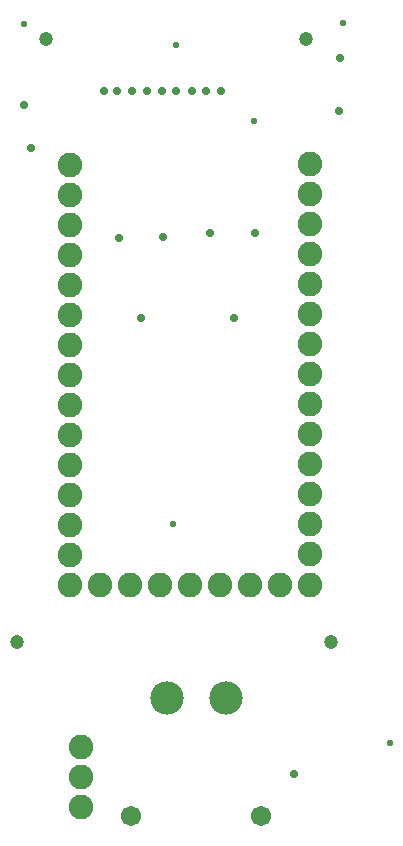
<source format=gbr>
G04 --- HEADER BEGIN --- *
G04 #@! TF.GenerationSoftware,LibrePCB,LibrePCB,1.1.0*
G04 #@! TF.CreationDate,2024-04-23T21:01:02*
G04 #@! TF.ProjectId,motherboard (Version 1),d5d7f40e-06e5-483f-b774-8957b2c1e08f,version_2*
G04 #@! TF.Part,Single*
G04 #@! TF.SameCoordinates*
G04 #@! TF.FileFunction,Soldermask,Bot*
G04 #@! TF.FilePolarity,Negative*
%FSLAX66Y66*%
%MOMM*%
G01*
G75*
G04 --- HEADER END --- *
G04 --- APERTURE LIST BEGIN --- *
%ADD10C,2.0828*%
%ADD11C,1.7112*%
%ADD12C,2.8282*%
%ADD13C,0.5532*%
%ADD14C,0.7032*%
%ADD15C,1.2032*%
G04 --- APERTURE LIST END --- *
G04 --- BOARD BEGIN --- *
D10*
G04 #@! TO.C,J6*
X13700000Y55500000D03*
X13700000Y58040000D03*
X13700000Y63120000D03*
X13700000Y52960000D03*
X13700000Y32640000D03*
X13700000Y35180000D03*
X13700000Y40260000D03*
X13700000Y45340000D03*
X13700000Y30100000D03*
X13700000Y50420000D03*
X13700000Y60580000D03*
X13700000Y37720000D03*
X13700000Y47880000D03*
X13700000Y42800000D03*
G04 #@! TO.C,J7*
X34000000Y37800000D03*
X34000000Y35260000D03*
X34000000Y30180000D03*
X34000000Y40340000D03*
X34000000Y60660000D03*
X34000000Y58120000D03*
X34000000Y53040000D03*
X34000000Y47960000D03*
X34000000Y63200000D03*
X34000000Y42880000D03*
X34000000Y32720000D03*
X34000000Y55580000D03*
X34000000Y45420000D03*
X34000000Y50500000D03*
G04 #@! TO.C,J8*
X23840000Y27600000D03*
X31460000Y27600000D03*
X28920000Y27600000D03*
X21300000Y27600000D03*
X34000000Y27600000D03*
X26380000Y27600000D03*
X18760000Y27600000D03*
X16220000Y27600000D03*
X13680000Y27600000D03*
D11*
G04 #@! TO.C,J4*
X29900000Y8060000D03*
X18900000Y8060000D03*
D12*
X21900000Y18060000D03*
X26900000Y18060000D03*
D10*
G04 #@! TO.C,S1*
X14680000Y11350000D03*
X14680000Y13890000D03*
X14680000Y8810000D03*
D13*
G04 #@! TD*
X22700000Y73300000D03*
D14*
X9800000Y68200000D03*
X29400000Y57400000D03*
D13*
X40800000Y14200000D03*
D14*
X24000000Y69400000D03*
X19000000Y69400000D03*
X17700000Y69400000D03*
D13*
X29300000Y66900000D03*
D14*
X21500000Y69400000D03*
X17900000Y57000000D03*
X20200000Y69400000D03*
D13*
X36800000Y75200000D03*
X9800000Y75100000D03*
D14*
X21600000Y57100000D03*
X10400000Y64600000D03*
X32700000Y11600000D03*
X25200000Y69400000D03*
D13*
X22400000Y32800000D03*
D14*
X22700000Y69400000D03*
X27600000Y50200000D03*
X19700000Y50200000D03*
X36500000Y67700000D03*
X36600000Y72200000D03*
X25600000Y57400000D03*
X26500000Y69400000D03*
X16600000Y69400000D03*
D15*
X33700000Y73800000D03*
X9200000Y22800000D03*
X35800000Y22800000D03*
X11700000Y73800000D03*
G04 --- BOARD END --- *
G04 #@! TF.MD5,0df67ee7554bce7da3224499282eeff2*
M02*

</source>
